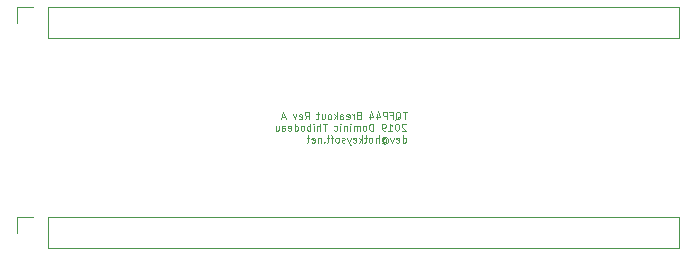
<source format=gbr>
G04 #@! TF.GenerationSoftware,KiCad,Pcbnew,(5.1.4)-1*
G04 #@! TF.CreationDate,2019-10-24T16:58:35-04:00*
G04 #@! TF.ProjectId,TQFP44,54514650-3434-42e6-9b69-6361645f7063,B*
G04 #@! TF.SameCoordinates,Original*
G04 #@! TF.FileFunction,Legend,Bot*
G04 #@! TF.FilePolarity,Positive*
%FSLAX46Y46*%
G04 Gerber Fmt 4.6, Leading zero omitted, Abs format (unit mm)*
G04 Created by KiCad (PCBNEW (5.1.4)-1) date 2019-10-24 16:58:35*
%MOMM*%
%LPD*%
G04 APERTURE LIST*
%ADD10C,0.100000*%
%ADD11C,0.120000*%
G04 APERTURE END LIST*
D10*
X102747857Y-44391428D02*
X102405000Y-44391428D01*
X102576428Y-44991428D02*
X102576428Y-44391428D01*
X101805000Y-45048571D02*
X101862142Y-45020000D01*
X101919285Y-44962857D01*
X102005000Y-44877142D01*
X102062142Y-44848571D01*
X102119285Y-44848571D01*
X102090714Y-44991428D02*
X102147857Y-44962857D01*
X102205000Y-44905714D01*
X102233571Y-44791428D01*
X102233571Y-44591428D01*
X102205000Y-44477142D01*
X102147857Y-44420000D01*
X102090714Y-44391428D01*
X101976428Y-44391428D01*
X101919285Y-44420000D01*
X101862142Y-44477142D01*
X101833571Y-44591428D01*
X101833571Y-44791428D01*
X101862142Y-44905714D01*
X101919285Y-44962857D01*
X101976428Y-44991428D01*
X102090714Y-44991428D01*
X101376428Y-44677142D02*
X101576428Y-44677142D01*
X101576428Y-44991428D02*
X101576428Y-44391428D01*
X101290714Y-44391428D01*
X101062142Y-44991428D02*
X101062142Y-44391428D01*
X100833571Y-44391428D01*
X100776428Y-44420000D01*
X100747857Y-44448571D01*
X100719285Y-44505714D01*
X100719285Y-44591428D01*
X100747857Y-44648571D01*
X100776428Y-44677142D01*
X100833571Y-44705714D01*
X101062142Y-44705714D01*
X100205000Y-44591428D02*
X100205000Y-44991428D01*
X100347857Y-44362857D02*
X100490714Y-44791428D01*
X100119285Y-44791428D01*
X99633571Y-44591428D02*
X99633571Y-44991428D01*
X99776428Y-44362857D02*
X99919285Y-44791428D01*
X99547857Y-44791428D01*
X98662142Y-44677142D02*
X98576428Y-44705714D01*
X98547857Y-44734285D01*
X98519285Y-44791428D01*
X98519285Y-44877142D01*
X98547857Y-44934285D01*
X98576428Y-44962857D01*
X98633571Y-44991428D01*
X98862142Y-44991428D01*
X98862142Y-44391428D01*
X98662142Y-44391428D01*
X98605000Y-44420000D01*
X98576428Y-44448571D01*
X98547857Y-44505714D01*
X98547857Y-44562857D01*
X98576428Y-44620000D01*
X98605000Y-44648571D01*
X98662142Y-44677142D01*
X98862142Y-44677142D01*
X98262142Y-44991428D02*
X98262142Y-44591428D01*
X98262142Y-44705714D02*
X98233571Y-44648571D01*
X98205000Y-44620000D01*
X98147857Y-44591428D01*
X98090714Y-44591428D01*
X97662142Y-44962857D02*
X97719285Y-44991428D01*
X97833571Y-44991428D01*
X97890714Y-44962857D01*
X97919285Y-44905714D01*
X97919285Y-44677142D01*
X97890714Y-44620000D01*
X97833571Y-44591428D01*
X97719285Y-44591428D01*
X97662142Y-44620000D01*
X97633571Y-44677142D01*
X97633571Y-44734285D01*
X97919285Y-44791428D01*
X97119285Y-44991428D02*
X97119285Y-44677142D01*
X97147857Y-44620000D01*
X97205000Y-44591428D01*
X97319285Y-44591428D01*
X97376428Y-44620000D01*
X97119285Y-44962857D02*
X97176428Y-44991428D01*
X97319285Y-44991428D01*
X97376428Y-44962857D01*
X97405000Y-44905714D01*
X97405000Y-44848571D01*
X97376428Y-44791428D01*
X97319285Y-44762857D01*
X97176428Y-44762857D01*
X97119285Y-44734285D01*
X96833571Y-44991428D02*
X96833571Y-44391428D01*
X96776428Y-44762857D02*
X96605000Y-44991428D01*
X96605000Y-44591428D02*
X96833571Y-44820000D01*
X96262142Y-44991428D02*
X96319285Y-44962857D01*
X96347857Y-44934285D01*
X96376428Y-44877142D01*
X96376428Y-44705714D01*
X96347857Y-44648571D01*
X96319285Y-44620000D01*
X96262142Y-44591428D01*
X96176428Y-44591428D01*
X96119285Y-44620000D01*
X96090714Y-44648571D01*
X96062142Y-44705714D01*
X96062142Y-44877142D01*
X96090714Y-44934285D01*
X96119285Y-44962857D01*
X96176428Y-44991428D01*
X96262142Y-44991428D01*
X95547857Y-44591428D02*
X95547857Y-44991428D01*
X95805000Y-44591428D02*
X95805000Y-44905714D01*
X95776428Y-44962857D01*
X95719285Y-44991428D01*
X95633571Y-44991428D01*
X95576428Y-44962857D01*
X95547857Y-44934285D01*
X95347857Y-44591428D02*
X95119285Y-44591428D01*
X95262142Y-44391428D02*
X95262142Y-44905714D01*
X95233571Y-44962857D01*
X95176428Y-44991428D01*
X95119285Y-44991428D01*
X94119285Y-44991428D02*
X94319285Y-44705714D01*
X94462142Y-44991428D02*
X94462142Y-44391428D01*
X94233571Y-44391428D01*
X94176428Y-44420000D01*
X94147857Y-44448571D01*
X94119285Y-44505714D01*
X94119285Y-44591428D01*
X94147857Y-44648571D01*
X94176428Y-44677142D01*
X94233571Y-44705714D01*
X94462142Y-44705714D01*
X93633571Y-44962857D02*
X93690714Y-44991428D01*
X93805000Y-44991428D01*
X93862142Y-44962857D01*
X93890714Y-44905714D01*
X93890714Y-44677142D01*
X93862142Y-44620000D01*
X93805000Y-44591428D01*
X93690714Y-44591428D01*
X93633571Y-44620000D01*
X93605000Y-44677142D01*
X93605000Y-44734285D01*
X93890714Y-44791428D01*
X93405000Y-44591428D02*
X93262142Y-44991428D01*
X93119285Y-44591428D01*
X92462142Y-44820000D02*
X92176428Y-44820000D01*
X92519285Y-44991428D02*
X92319285Y-44391428D01*
X92119285Y-44991428D01*
X102690714Y-45448571D02*
X102662142Y-45420000D01*
X102605000Y-45391428D01*
X102462142Y-45391428D01*
X102405000Y-45420000D01*
X102376428Y-45448571D01*
X102347857Y-45505714D01*
X102347857Y-45562857D01*
X102376428Y-45648571D01*
X102719285Y-45991428D01*
X102347857Y-45991428D01*
X101976428Y-45391428D02*
X101919285Y-45391428D01*
X101862142Y-45420000D01*
X101833571Y-45448571D01*
X101805000Y-45505714D01*
X101776428Y-45620000D01*
X101776428Y-45762857D01*
X101805000Y-45877142D01*
X101833571Y-45934285D01*
X101862142Y-45962857D01*
X101919285Y-45991428D01*
X101976428Y-45991428D01*
X102033571Y-45962857D01*
X102062142Y-45934285D01*
X102090714Y-45877142D01*
X102119285Y-45762857D01*
X102119285Y-45620000D01*
X102090714Y-45505714D01*
X102062142Y-45448571D01*
X102033571Y-45420000D01*
X101976428Y-45391428D01*
X101205000Y-45991428D02*
X101547857Y-45991428D01*
X101376428Y-45991428D02*
X101376428Y-45391428D01*
X101433571Y-45477142D01*
X101490714Y-45534285D01*
X101547857Y-45562857D01*
X100919285Y-45991428D02*
X100805000Y-45991428D01*
X100747857Y-45962857D01*
X100719285Y-45934285D01*
X100662142Y-45848571D01*
X100633571Y-45734285D01*
X100633571Y-45505714D01*
X100662142Y-45448571D01*
X100690714Y-45420000D01*
X100747857Y-45391428D01*
X100862142Y-45391428D01*
X100919285Y-45420000D01*
X100947857Y-45448571D01*
X100976428Y-45505714D01*
X100976428Y-45648571D01*
X100947857Y-45705714D01*
X100919285Y-45734285D01*
X100862142Y-45762857D01*
X100747857Y-45762857D01*
X100690714Y-45734285D01*
X100662142Y-45705714D01*
X100633571Y-45648571D01*
X99919285Y-45991428D02*
X99919285Y-45391428D01*
X99776428Y-45391428D01*
X99690714Y-45420000D01*
X99633571Y-45477142D01*
X99605000Y-45534285D01*
X99576428Y-45648571D01*
X99576428Y-45734285D01*
X99605000Y-45848571D01*
X99633571Y-45905714D01*
X99690714Y-45962857D01*
X99776428Y-45991428D01*
X99919285Y-45991428D01*
X99233571Y-45991428D02*
X99290714Y-45962857D01*
X99319285Y-45934285D01*
X99347857Y-45877142D01*
X99347857Y-45705714D01*
X99319285Y-45648571D01*
X99290714Y-45620000D01*
X99233571Y-45591428D01*
X99147857Y-45591428D01*
X99090714Y-45620000D01*
X99062142Y-45648571D01*
X99033571Y-45705714D01*
X99033571Y-45877142D01*
X99062142Y-45934285D01*
X99090714Y-45962857D01*
X99147857Y-45991428D01*
X99233571Y-45991428D01*
X98776428Y-45991428D02*
X98776428Y-45591428D01*
X98776428Y-45648571D02*
X98747857Y-45620000D01*
X98690714Y-45591428D01*
X98605000Y-45591428D01*
X98547857Y-45620000D01*
X98519285Y-45677142D01*
X98519285Y-45991428D01*
X98519285Y-45677142D02*
X98490714Y-45620000D01*
X98433571Y-45591428D01*
X98347857Y-45591428D01*
X98290714Y-45620000D01*
X98262142Y-45677142D01*
X98262142Y-45991428D01*
X97976428Y-45991428D02*
X97976428Y-45591428D01*
X97976428Y-45391428D02*
X98005000Y-45420000D01*
X97976428Y-45448571D01*
X97947857Y-45420000D01*
X97976428Y-45391428D01*
X97976428Y-45448571D01*
X97690714Y-45591428D02*
X97690714Y-45991428D01*
X97690714Y-45648571D02*
X97662142Y-45620000D01*
X97605000Y-45591428D01*
X97519285Y-45591428D01*
X97462142Y-45620000D01*
X97433571Y-45677142D01*
X97433571Y-45991428D01*
X97147857Y-45991428D02*
X97147857Y-45591428D01*
X97147857Y-45391428D02*
X97176428Y-45420000D01*
X97147857Y-45448571D01*
X97119285Y-45420000D01*
X97147857Y-45391428D01*
X97147857Y-45448571D01*
X96605000Y-45962857D02*
X96662142Y-45991428D01*
X96776428Y-45991428D01*
X96833571Y-45962857D01*
X96862142Y-45934285D01*
X96890714Y-45877142D01*
X96890714Y-45705714D01*
X96862142Y-45648571D01*
X96833571Y-45620000D01*
X96776428Y-45591428D01*
X96662142Y-45591428D01*
X96605000Y-45620000D01*
X95976428Y-45391428D02*
X95633571Y-45391428D01*
X95805000Y-45991428D02*
X95805000Y-45391428D01*
X95433571Y-45991428D02*
X95433571Y-45391428D01*
X95176428Y-45991428D02*
X95176428Y-45677142D01*
X95205000Y-45620000D01*
X95262142Y-45591428D01*
X95347857Y-45591428D01*
X95405000Y-45620000D01*
X95433571Y-45648571D01*
X94890714Y-45991428D02*
X94890714Y-45591428D01*
X94890714Y-45391428D02*
X94919285Y-45420000D01*
X94890714Y-45448571D01*
X94862142Y-45420000D01*
X94890714Y-45391428D01*
X94890714Y-45448571D01*
X94605000Y-45991428D02*
X94605000Y-45391428D01*
X94605000Y-45620000D02*
X94547857Y-45591428D01*
X94433571Y-45591428D01*
X94376428Y-45620000D01*
X94347857Y-45648571D01*
X94319285Y-45705714D01*
X94319285Y-45877142D01*
X94347857Y-45934285D01*
X94376428Y-45962857D01*
X94433571Y-45991428D01*
X94547857Y-45991428D01*
X94605000Y-45962857D01*
X93976428Y-45991428D02*
X94033571Y-45962857D01*
X94062142Y-45934285D01*
X94090714Y-45877142D01*
X94090714Y-45705714D01*
X94062142Y-45648571D01*
X94033571Y-45620000D01*
X93976428Y-45591428D01*
X93890714Y-45591428D01*
X93833571Y-45620000D01*
X93805000Y-45648571D01*
X93776428Y-45705714D01*
X93776428Y-45877142D01*
X93805000Y-45934285D01*
X93833571Y-45962857D01*
X93890714Y-45991428D01*
X93976428Y-45991428D01*
X93262142Y-45991428D02*
X93262142Y-45391428D01*
X93262142Y-45962857D02*
X93319285Y-45991428D01*
X93433571Y-45991428D01*
X93490714Y-45962857D01*
X93519285Y-45934285D01*
X93547857Y-45877142D01*
X93547857Y-45705714D01*
X93519285Y-45648571D01*
X93490714Y-45620000D01*
X93433571Y-45591428D01*
X93319285Y-45591428D01*
X93262142Y-45620000D01*
X92747857Y-45962857D02*
X92805000Y-45991428D01*
X92919285Y-45991428D01*
X92976428Y-45962857D01*
X93005000Y-45905714D01*
X93005000Y-45677142D01*
X92976428Y-45620000D01*
X92919285Y-45591428D01*
X92805000Y-45591428D01*
X92747857Y-45620000D01*
X92719285Y-45677142D01*
X92719285Y-45734285D01*
X93005000Y-45791428D01*
X92205000Y-45991428D02*
X92205000Y-45677142D01*
X92233571Y-45620000D01*
X92290714Y-45591428D01*
X92405000Y-45591428D01*
X92462142Y-45620000D01*
X92205000Y-45962857D02*
X92262142Y-45991428D01*
X92405000Y-45991428D01*
X92462142Y-45962857D01*
X92490714Y-45905714D01*
X92490714Y-45848571D01*
X92462142Y-45791428D01*
X92405000Y-45762857D01*
X92262142Y-45762857D01*
X92205000Y-45734285D01*
X91662142Y-45591428D02*
X91662142Y-45991428D01*
X91919285Y-45591428D02*
X91919285Y-45905714D01*
X91890714Y-45962857D01*
X91833571Y-45991428D01*
X91747857Y-45991428D01*
X91690714Y-45962857D01*
X91662142Y-45934285D01*
X102405000Y-46991428D02*
X102405000Y-46391428D01*
X102405000Y-46962857D02*
X102462142Y-46991428D01*
X102576428Y-46991428D01*
X102633571Y-46962857D01*
X102662142Y-46934285D01*
X102690714Y-46877142D01*
X102690714Y-46705714D01*
X102662142Y-46648571D01*
X102633571Y-46620000D01*
X102576428Y-46591428D01*
X102462142Y-46591428D01*
X102405000Y-46620000D01*
X101890714Y-46962857D02*
X101947857Y-46991428D01*
X102062142Y-46991428D01*
X102119285Y-46962857D01*
X102147857Y-46905714D01*
X102147857Y-46677142D01*
X102119285Y-46620000D01*
X102062142Y-46591428D01*
X101947857Y-46591428D01*
X101890714Y-46620000D01*
X101862142Y-46677142D01*
X101862142Y-46734285D01*
X102147857Y-46791428D01*
X101662142Y-46591428D02*
X101519285Y-46991428D01*
X101376428Y-46591428D01*
X100776428Y-46705714D02*
X100805000Y-46677142D01*
X100862142Y-46648571D01*
X100919285Y-46648571D01*
X100976428Y-46677142D01*
X101005000Y-46705714D01*
X101033571Y-46762857D01*
X101033571Y-46820000D01*
X101005000Y-46877142D01*
X100976428Y-46905714D01*
X100919285Y-46934285D01*
X100862142Y-46934285D01*
X100805000Y-46905714D01*
X100776428Y-46877142D01*
X100776428Y-46648571D02*
X100776428Y-46877142D01*
X100747857Y-46905714D01*
X100719285Y-46905714D01*
X100662142Y-46877142D01*
X100633571Y-46820000D01*
X100633571Y-46677142D01*
X100690714Y-46591428D01*
X100776428Y-46534285D01*
X100890714Y-46505714D01*
X101005000Y-46534285D01*
X101090714Y-46591428D01*
X101147857Y-46677142D01*
X101176428Y-46791428D01*
X101147857Y-46905714D01*
X101090714Y-46991428D01*
X101005000Y-47048571D01*
X100890714Y-47077142D01*
X100776428Y-47048571D01*
X100690714Y-46991428D01*
X100376428Y-46991428D02*
X100376428Y-46391428D01*
X100119285Y-46991428D02*
X100119285Y-46677142D01*
X100147857Y-46620000D01*
X100205000Y-46591428D01*
X100290714Y-46591428D01*
X100347857Y-46620000D01*
X100376428Y-46648571D01*
X99747857Y-46991428D02*
X99805000Y-46962857D01*
X99833571Y-46934285D01*
X99862142Y-46877142D01*
X99862142Y-46705714D01*
X99833571Y-46648571D01*
X99805000Y-46620000D01*
X99747857Y-46591428D01*
X99662142Y-46591428D01*
X99605000Y-46620000D01*
X99576428Y-46648571D01*
X99547857Y-46705714D01*
X99547857Y-46877142D01*
X99576428Y-46934285D01*
X99605000Y-46962857D01*
X99662142Y-46991428D01*
X99747857Y-46991428D01*
X99376428Y-46591428D02*
X99147857Y-46591428D01*
X99290714Y-46391428D02*
X99290714Y-46905714D01*
X99262142Y-46962857D01*
X99205000Y-46991428D01*
X99147857Y-46991428D01*
X98947857Y-46991428D02*
X98947857Y-46391428D01*
X98890714Y-46762857D02*
X98719285Y-46991428D01*
X98719285Y-46591428D02*
X98947857Y-46820000D01*
X98233571Y-46962857D02*
X98290714Y-46991428D01*
X98405000Y-46991428D01*
X98462142Y-46962857D01*
X98490714Y-46905714D01*
X98490714Y-46677142D01*
X98462142Y-46620000D01*
X98405000Y-46591428D01*
X98290714Y-46591428D01*
X98233571Y-46620000D01*
X98205000Y-46677142D01*
X98205000Y-46734285D01*
X98490714Y-46791428D01*
X98005000Y-46591428D02*
X97862142Y-46991428D01*
X97719285Y-46591428D02*
X97862142Y-46991428D01*
X97919285Y-47134285D01*
X97947857Y-47162857D01*
X98005000Y-47191428D01*
X97519285Y-46962857D02*
X97462142Y-46991428D01*
X97347857Y-46991428D01*
X97290714Y-46962857D01*
X97262142Y-46905714D01*
X97262142Y-46877142D01*
X97290714Y-46820000D01*
X97347857Y-46791428D01*
X97433571Y-46791428D01*
X97490714Y-46762857D01*
X97519285Y-46705714D01*
X97519285Y-46677142D01*
X97490714Y-46620000D01*
X97433571Y-46591428D01*
X97347857Y-46591428D01*
X97290714Y-46620000D01*
X96919285Y-46991428D02*
X96976428Y-46962857D01*
X97005000Y-46934285D01*
X97033571Y-46877142D01*
X97033571Y-46705714D01*
X97005000Y-46648571D01*
X96976428Y-46620000D01*
X96919285Y-46591428D01*
X96833571Y-46591428D01*
X96776428Y-46620000D01*
X96747857Y-46648571D01*
X96719285Y-46705714D01*
X96719285Y-46877142D01*
X96747857Y-46934285D01*
X96776428Y-46962857D01*
X96833571Y-46991428D01*
X96919285Y-46991428D01*
X96547857Y-46591428D02*
X96319285Y-46591428D01*
X96462142Y-46991428D02*
X96462142Y-46477142D01*
X96433571Y-46420000D01*
X96376428Y-46391428D01*
X96319285Y-46391428D01*
X96205000Y-46591428D02*
X95976428Y-46591428D01*
X96119285Y-46391428D02*
X96119285Y-46905714D01*
X96090714Y-46962857D01*
X96033571Y-46991428D01*
X95976428Y-46991428D01*
X95776428Y-46934285D02*
X95747857Y-46962857D01*
X95776428Y-46991428D01*
X95805000Y-46962857D01*
X95776428Y-46934285D01*
X95776428Y-46991428D01*
X95490714Y-46591428D02*
X95490714Y-46991428D01*
X95490714Y-46648571D02*
X95462142Y-46620000D01*
X95405000Y-46591428D01*
X95319285Y-46591428D01*
X95262142Y-46620000D01*
X95233571Y-46677142D01*
X95233571Y-46991428D01*
X94719285Y-46962857D02*
X94776428Y-46991428D01*
X94890714Y-46991428D01*
X94947857Y-46962857D01*
X94976428Y-46905714D01*
X94976428Y-46677142D01*
X94947857Y-46620000D01*
X94890714Y-46591428D01*
X94776428Y-46591428D01*
X94719285Y-46620000D01*
X94690714Y-46677142D01*
X94690714Y-46734285D01*
X94976428Y-46791428D01*
X94519285Y-46591428D02*
X94290714Y-46591428D01*
X94433571Y-46391428D02*
X94433571Y-46905714D01*
X94405000Y-46962857D01*
X94347857Y-46991428D01*
X94290714Y-46991428D01*
D11*
X69790000Y-35500000D02*
X69790000Y-36830000D01*
X71120000Y-35500000D02*
X69790000Y-35500000D01*
X72390000Y-35500000D02*
X72390000Y-38160000D01*
X72390000Y-38160000D02*
X125790000Y-38160000D01*
X72390000Y-35500000D02*
X125790000Y-35500000D01*
X125790000Y-35500000D02*
X125790000Y-38160000D01*
X69790000Y-53280000D02*
X69790000Y-54610000D01*
X71120000Y-53280000D02*
X69790000Y-53280000D01*
X72390000Y-53280000D02*
X72390000Y-55940000D01*
X72390000Y-55940000D02*
X125790000Y-55940000D01*
X72390000Y-53280000D02*
X125790000Y-53280000D01*
X125790000Y-53280000D02*
X125790000Y-55940000D01*
M02*

</source>
